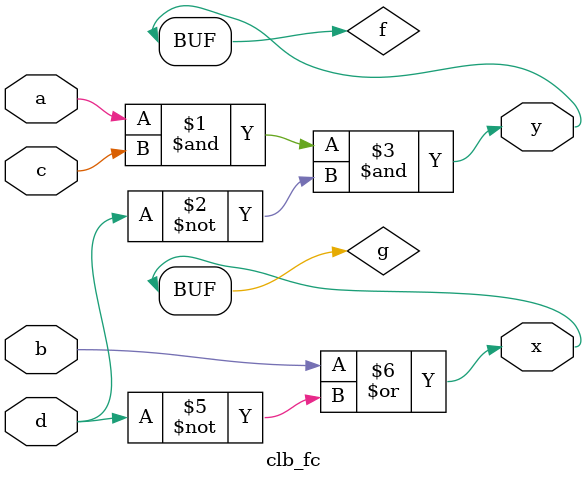
<source format=v>
module clb_fc(
	input a,
	input b,
	input c,
	input d,
	output x,
	output y
);

	wire f, g;
	
	assign f = a & c & ~d;
	assign g = b | b | ~d;
	assign x = g;
	assign y = f;
	
endmodule

</source>
